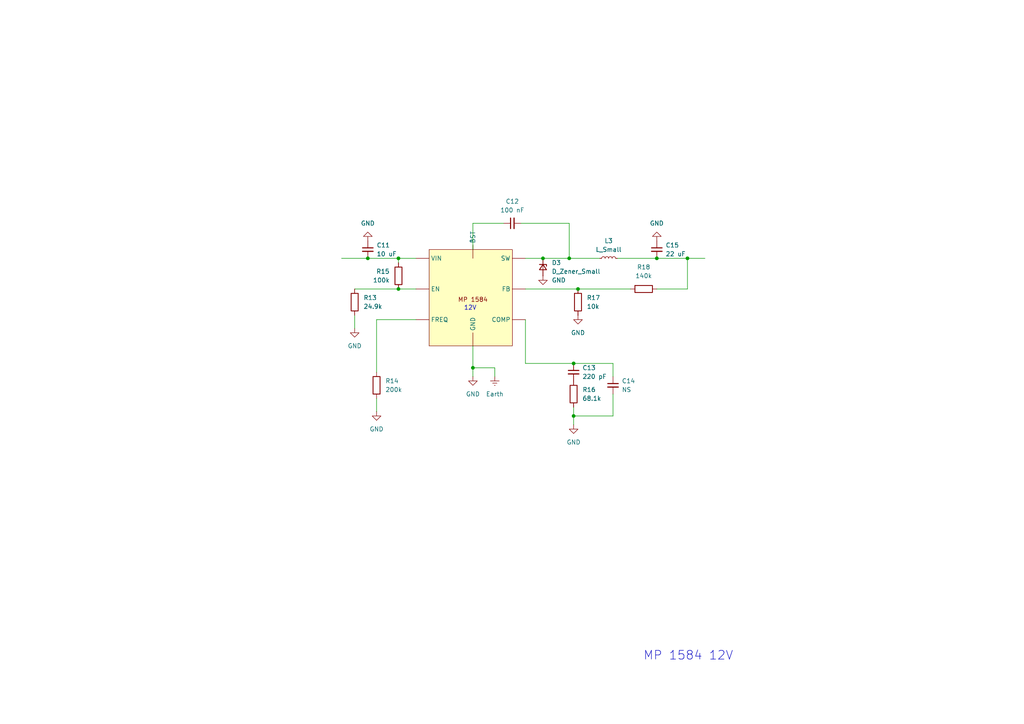
<source format=kicad_sch>
(kicad_sch (version 20250114) (generator "eeschema") (generator_version "9.0")
  (paper "A4")
  (lib_symbols
    (symbol "Components:MP1584"
      (property "Reference" "U" (at 0 0 0))
      (symbol "MP1584_1_1"
        (rectangle (start 3.81 2.54) (end 27.94 -25.4) (fill (type color) (color 255 255 194 1)))
        (text "MP 1584" (at 16.51 -11.938 0) (effects (font (size 1.27 1.27))))
        (pin power_in line (at 0 0 0) (length 3.81) (name "VIN") (number ""))
        (pin power_in line (at 0 -8.89 0) (length 3.81) (name "EN") (number ""))
        (pin power_in line (at 0 -17.78 0) (length 3.81) (name "FREQ") (number ""))
        (pin power_in line (at 16.51 0 90) (length 3.81) (name "BST") (number ""))
        (pin power_in line (at 16.51 -25.4 90) (length 3.81) (name "GND") (number ""))
        (pin power_in line (at 31.75 0 180) (length 3.81) (name "SW") (number ""))
        (pin power_in line (at 31.75 -8.89 180) (length 3.81) (name "FB") (number ""))
        (pin power_in line (at 31.75 -17.78 180) (length 3.81) (name "COMP") (number ""))
      )
    )
    (symbol "Device:C_Small" (pin_numbers (hide yes)) (pin_names (offset 0.254) (hide yes))
      (property "Reference" "C" (at 0.254 1.778 0))
      (property "Value" "C_Small" (at 0.254 -2.032 0))
      (symbol "C_Small_0_1"
        (polyline (pts (xy -1.524 0.508) (xy 1.524 0.508)) (stroke (width 0.3048)))
        (polyline (pts (xy -1.524 -0.508) (xy 1.524 -0.508)) (stroke (width 0.3302)))
      )
      (symbol "C_Small_1_1"
        (pin passive line (at 0 2.54 270) (length 2.032) (name "~") (number "1"))
        (pin passive line (at 0 -2.54 90) (length 2.032) (name "~") (number "2"))
      )
    )
    (symbol "Device:D_Zener_Small" (pin_numbers (hide yes)) (pin_names (offset 0.254) (hide yes))
      (property "Reference" "D" (at 0 2.286 0))
      (property "Value" "D_Zener_Small" (at 0 -2.286 0))
      (symbol "D_Zener_Small_0_1"
        (polyline (pts (xy -0.254 1.016) (xy -0.762 1.016) (xy -0.762 -1.016)) (stroke (width 0.254)))
        (polyline (pts (xy 0.762 1.016) (xy -0.762 0) (xy 0.762 -1.016) (xy 0.762 1.016)) (stroke (width 0.254)))
        (polyline (pts (xy 0.762 0) (xy -0.762 0)))
      )
      (symbol "D_Zener_Small_1_1"
        (pin passive line (at -2.54 0 0) (length 1.778) (name "K") (number "1"))
        (pin passive line (at 2.54 0 180) (length 1.778) (name "A") (number "2"))
      )
    )
    (symbol "Device:L_Small" (pin_numbers (hide yes)) (pin_names (offset 0.254) (hide yes))
      (property "Reference" "L" (at 0.762 1.016 0))
      (property "Value" "L_Small" (at 0.762 -1.016 0))
      (symbol "L_Small_0_1"
        (arc (start 0 2.032) (mid 0.5058 1.524) (end 0 1.016))
        (arc (start 0 1.016) (mid 0.5058 0.508) (end 0 0))
        (arc (start 0 0) (mid 0.5058 -0.508) (end 0 -1.016))
        (arc (start 0 -1.016) (mid 0.5058 -1.524) (end 0 -2.032))
      )
      (symbol "L_Small_1_1"
        (pin passive line (at 0 2.54 270) (length 0.508) (name "~") (number "1"))
        (pin passive line (at 0 -2.54 90) (length 0.508) (name "~") (number "2"))
      )
    )
    (symbol "Device:R" (pin_numbers (hide yes)) (pin_names (offset 0))
      (property "Reference" "R" (at 2.032 0 90))
      (property "Value" "R" (at 0 0 90))
      (symbol "R_0_1"
        (rectangle (start -1.016 -2.54) (end 1.016 2.54) (stroke (width 0.254)))
      )
      (symbol "R_1_1"
        (pin passive line (at 0 3.81 270) (length 1.27) (name "~") (number "1"))
        (pin passive line (at 0 -3.81 90) (length 1.27) (name "~") (number "2"))
      )
    )
    (symbol "power:Earth" (power) (pin_numbers (hide yes)) (pin_names (offset 0) (hide yes))
      (property "Value" "Earth" (at 0 -3.81 0))
      (symbol "Earth_0_1"
        (polyline (pts (xy -0.635 -1.905) (xy 0.635 -1.905)))
        (polyline (pts (xy -0.127 -2.54) (xy 0.127 -2.54)))
        (polyline (pts (xy 0 -1.27) (xy 0 0)))
        (polyline (pts (xy 1.27 -1.27) (xy -1.27 -1.27)))
      )
      (symbol "Earth_1_1"
        (pin power_in line (at 0 0 270) (length 0) (name "~") (number "1"))
      )
    )
    (symbol "power:GND" (power) (pin_numbers (hide yes)) (pin_names (offset 0) (hide yes))
      (property "Value" "GND" (at 0 -3.81 0))
      (symbol "GND_0_1"
        (polyline (pts (xy 0 0) (xy 0 -1.27) (xy 1.27 -1.27) (xy 0 -2.54) (xy -1.27 -1.27) (xy 0 -1.27)))
      )
      (symbol "GND_1_1"
        (pin power_in line (at 0 0 270) (length 0) (name "~") (number "1"))
      )
    )
  )
  (text "MP 1584 12V" (at 199.644 190.246 0) (effects (font (size 2.54 2.54))))
  (text "12V" (at 136.398 89.408 0) (effects (font (size 1.27 1.27))))
  (junction (at 166.37 105.41))
  (junction (at 157.48 74.93))
  (junction (at 199.39 74.93))
  (junction (at 115.57 74.93))
  (junction (at 165.1 74.93))
  (junction (at 106.68 74.93))
  (junction (at 115.57 83.82))
  (junction (at 190.5 74.93))
  (junction (at 137.16 106.68))
  (junction (at 166.37 120.65))
  (junction (at 167.64 83.82))
  (wire (pts (xy 99.06 74.93) (xy 106.68 74.93)))
  (wire (pts (xy 177.8 120.65) (xy 166.37 120.65)))
  (wire (pts (xy 152.4 92.71) (xy 152.4 105.41)))
  (wire (pts (xy 199.39 74.93) (xy 199.39 83.82)))
  (wire (pts (xy 167.64 83.82) (xy 182.88 83.82)))
  (wire (pts (xy 166.37 120.65) (xy 166.37 118.11)))
  (wire (pts (xy 137.16 64.77) (xy 146.05 64.77)))
  (wire (pts (xy 152.4 83.82) (xy 167.64 83.82)))
  (wire (pts (xy 157.48 74.93) (xy 165.1 74.93)))
  (wire (pts (xy 137.16 72.39) (xy 137.16 64.77)))
  (wire (pts (xy 143.51 106.68) (xy 143.51 109.22)))
  (wire (pts (xy 166.37 105.41) (xy 177.8 105.41)))
  (wire (pts (xy 179.07 74.93) (xy 190.5 74.93)))
  (wire (pts (xy 199.39 83.82) (xy 190.5 83.82)))
  (wire (pts (xy 199.39 74.93) (xy 204.47 74.93)))
  (wire (pts (xy 152.4 74.93) (xy 157.48 74.93)))
  (wire (pts (xy 190.5 74.93) (xy 199.39 74.93)))
  (wire (pts (xy 177.8 105.41) (xy 177.8 109.22)))
  (wire (pts (xy 102.87 83.82) (xy 115.57 83.82)))
  (wire (pts (xy 166.37 120.65) (xy 166.37 123.19)))
  (wire (pts (xy 137.16 100.33) (xy 137.16 106.68)))
  (wire (pts (xy 120.65 92.71) (xy 109.22 92.71)))
  (wire (pts (xy 102.87 91.44) (xy 102.87 95.25)))
  (wire (pts (xy 177.8 114.3) (xy 177.8 120.65)))
  (wire (pts (xy 115.57 83.82) (xy 120.65 83.82)))
  (wire (pts (xy 151.13 64.77) (xy 165.1 64.77)))
  (wire (pts (xy 165.1 64.77) (xy 165.1 74.93)))
  (wire (pts (xy 152.4 105.41) (xy 166.37 105.41)))
  (wire (pts (xy 109.22 92.71) (xy 109.22 107.95)))
  (wire (pts (xy 165.1 74.93) (xy 173.99 74.93)))
  (wire (pts (xy 106.68 74.93) (xy 115.57 74.93)))
  (wire (pts (xy 137.16 106.68) (xy 137.16 109.22)))
  (wire (pts (xy 115.57 74.93) (xy 115.57 76.2)))
  (wire (pts (xy 109.22 115.57) (xy 109.22 119.38)))
  (wire (pts (xy 143.51 106.68) (xy 137.16 106.68)))
  (wire (pts (xy 115.57 74.93) (xy 120.65 74.93)))
  (symbol (lib_id "Device:R") (at 102.87 87.63 0) (unit 1)
    (property "Reference" "R13" (at 105.41 86.3599 0) (effects (justify left)))
    (property "Value" "24.9k" (at 105.41 88.8999 0) (effects (justify left)))
    (property "Footprint" "Resistor_SMD:R_0805_2012Metric" (effects (hide yes)))
    (property "Description" "Resistor" (effects (hide yes)))
  )
  (symbol (lib_id "power:GND") (at 167.64 91.44 0) (unit 1)
    (property "Reference" "#PWR026" (effects (hide yes)))
    (property "Value" "GND" (at 167.64 96.52 0))
    (property "Description" "Power symbol creates a global label with name \"GND\" , ground" (effects (hide yes)))
  )
  (symbol (lib_id "Device:C_Small") (at 166.37 107.95 0) (unit 1)
    (property "Reference" "C13" (at 168.91 106.6862 0) (effects (justify left)))
    (property "Value" "220 pF" (at 168.91 109.2262 0) (effects (justify left)))
    (property "Footprint" "Capacitor_SMD:C_0805_2012Metric" (effects (hide yes)))
    (property "Description" "Unpolarized capacitor, small symbol" (effects (hide yes)))
  )
  (symbol (lib_id "Device:C_Small") (at 106.68 72.39 0) (unit 1)
    (property "Reference" "C11" (at 109.22 71.1262 0) (effects (justify left)))
    (property "Value" "10 uF" (at 109.22 73.6662 0) (effects (justify left)))
    (property "Footprint" "Capacitor_SMD:C_0805_2012Metric" (effects (hide yes)))
    (property "Description" "Unpolarized capacitor, small symbol" (effects (hide yes)))
  )
  (symbol (lib_id "Device:R") (at 167.64 87.63 0) (unit 1)
    (property "Reference" "R17" (at 170.18 86.3599 0) (effects (justify left)))
    (property "Value" "10k" (at 170.18 88.8999 0) (effects (justify left)))
    (property "Footprint" "Resistor_SMD:R_0805_2012Metric" (effects (hide yes)))
    (property "Description" "Resistor" (effects (hide yes)))
  )
  (symbol (lib_id "power:Earth") (at 143.51 109.22 0) (unit 1)
    (property "Reference" "#PWR023" (effects (hide yes)))
    (property "Value" "Earth" (at 143.51 114.3 0))
    (property "Description" "Power symbol creates a global label with name \"Earth\"" (effects (hide yes)))
  )
  (symbol (lib_id "Device:L_Small") (at 176.53 74.93 90) (unit 1)
    (property "Reference" "L3" (at 176.53 69.85 90))
    (property "Value" "L_Small" (at 176.53 72.39 90))
    (property "Footprint" "Inductor_SMD:L_0805_2012Metric" (effects (hide yes)))
    (property "Description" "Inductor, small symbol" (effects (hide yes)))
  )
  (symbol (lib_id "Device:R") (at 186.69 83.82 90) (unit 1)
    (property "Reference" "R18" (at 186.69 77.47 90))
    (property "Value" "140k" (at 186.69 80.01 90))
    (property "Footprint" "Resistor_SMD:R_0805_2012Metric" (effects (hide yes)))
    (property "Description" "Resistor" (effects (hide yes)))
  )
  (symbol (lib_id "power:GND") (at 190.5 69.85 180) (unit 1)
    (property "Reference" "#PWR027" (effects (hide yes)))
    (property "Value" "GND" (at 190.5 64.77 0))
    (property "Description" "Power symbol creates a global label with name \"GND\" , ground" (effects (hide yes)))
  )
  (symbol (lib_id "power:GND") (at 102.87 95.25 0) (unit 1)
    (property "Reference" "#PWR019" (effects (hide yes)))
    (property "Value" "GND" (at 102.87 100.33 0))
    (property "Description" "Power symbol creates a global label with name \"GND\" , ground" (effects (hide yes)))
  )
  (symbol (lib_id "Device:R") (at 115.57 80.01 0) (unit 1)
    (property "Reference" "R15" (at 113.03 78.7399 0) (effects (justify right)))
    (property "Value" "100k" (at 113.03 81.2799 0) (effects (justify right)))
    (property "Footprint" "Resistor_SMD:R_0805_2012Metric" (effects (hide yes)))
    (property "Description" "Resistor" (effects (hide yes)))
  )
  (symbol (lib_id "Device:C_Small") (at 148.59 64.77 90) (unit 1)
    (property "Reference" "C12" (at 148.5963 58.42 90))
    (property "Value" "100 nF" (at 148.5963 60.96 90))
    (property "Footprint" "Capacitor_SMD:C_0805_2012Metric" (effects (hide yes)))
    (property "Description" "Unpolarized capacitor, small symbol" (effects (hide yes)))
  )
  (symbol (lib_id "power:GND") (at 109.22 119.38 0) (unit 1)
    (property "Reference" "#PWR021" (effects (hide yes)))
    (property "Value" "GND" (at 109.22 124.46 0))
    (property "Description" "Power symbol creates a global label with name \"GND\" , ground" (effects (hide yes)))
  )
  (symbol (lib_id "Device:C_Small") (at 177.8 111.76 0) (unit 1)
    (property "Reference" "C14" (at 180.34 110.4962 0) (effects (justify left)))
    (property "Value" "NS" (at 180.34 113.0362 0) (effects (justify left)))
    (property "Footprint" "Capacitor_SMD:C_0805_2012Metric" (effects (hide yes)))
    (property "Description" "Unpolarized capacitor, small symbol" (effects (hide yes)))
  )
  (symbol (lib_id "power:GND") (at 137.16 109.22 0) (unit 1)
    (property "Reference" "#PWR022" (effects (hide yes)))
    (property "Value" "GND" (at 137.16 114.3 0))
    (property "Description" "Power symbol creates a global label with name \"GND\" , ground" (effects (hide yes)))
  )
  (symbol (lib_id "power:GND") (at 157.48 80.01 0) (unit 1)
    (property "Reference" "#PWR024" (effects (hide yes)))
    (property "Value" "GND" (at 160.02 81.2799 0) (effects (justify left)))
    (property "Description" "Power symbol creates a global label with name \"GND\" , ground" (effects (hide yes)))
  )
  (symbol (lib_id "power:GND") (at 166.37 123.19 0) (unit 1)
    (property "Reference" "#PWR025" (effects (hide yes)))
    (property "Value" "GND" (at 166.37 128.27 0))
    (property "Description" "Power symbol creates a global label with name \"GND\" , ground" (effects (hide yes)))
  )
  (symbol (lib_id "Device:R") (at 166.37 114.3 0) (unit 1)
    (property "Reference" "R16" (at 168.91 113.0299 0) (effects (justify left)))
    (property "Value" "68.1k" (at 168.91 115.5699 0) (effects (justify left)))
    (property "Footprint" "Resistor_SMD:R_0805_2012Metric" (effects (hide yes)))
    (property "Description" "Resistor" (effects (hide yes)))
  )
  (symbol (lib_id "Components:MP1584") (at 120.65 74.93 0) (unit 1)
    (property "Reference" "U3" (effects (hide yes)))
    (property "Value" "~" (at 136.525 69.85 0))
  )
  (symbol (lib_id "Device:C_Small") (at 190.5 72.39 0) (unit 1)
    (property "Reference" "C15" (at 193.04 71.1262 0) (effects (justify left)))
    (property "Value" "22 uF" (at 193.04 73.6662 0) (effects (justify left)))
    (property "Footprint" "Capacitor_SMD:C_0805_2012Metric" (effects (hide yes)))
    (property "Description" "Unpolarized capacitor, small symbol" (effects (hide yes)))
  )
  (symbol (lib_id "power:GND") (at 106.68 69.85 180) (unit 1)
    (property "Reference" "#PWR020" (effects (hide yes)))
    (property "Value" "GND" (at 106.68 64.77 0))
    (property "Description" "Power symbol creates a global label with name \"GND\" , ground" (effects (hide yes)))
  )
  (symbol (lib_id "Device:D_Zener_Small") (at 157.48 77.47 270) (unit 1)
    (property "Reference" "D3" (at 160.02 76.1999 90) (effects (justify left)))
    (property "Value" "D_Zener_Small" (at 160.02 78.7399 90) (effects (justify left)))
    (property "Footprint" "Diode_SMD:D_SOD-323F" (effects (hide yes)))
    (property "Description" "Zener diode, small symbol" (effects (hide yes)))
  )
  (symbol (lib_id "Device:R") (at 109.22 111.76 0) (unit 1)
    (property "Reference" "R14" (at 111.76 110.4899 0) (effects (justify left)))
    (property "Value" "200k" (at 111.76 113.0299 0) (effects (justify left)))
    (property "Footprint" "Resistor_SMD:R_0805_2012Metric" (effects (hide yes)))
    (property "Description" "Resistor" (effects (hide yes)))
  )
)
</source>
